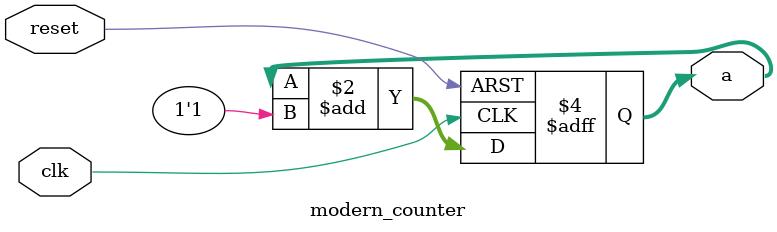
<source format=v>
`timescale 1ns / 1ps

module modern_counter(
		clk, reset, a
    );

	input wire clk, reset;
	output reg [3:0] a;
	
	initial
	begin
		a[0] = 0;
		a[1] = 0;
		a[2] = 0;
		a[3] = 0;
		#1;
	end
	
	always@(posedge clk, posedge reset)
	begin
		if (reset)
			a <= 4'b0000;
		else
			a <= a + 1'b1;
	end

endmodule
</source>
